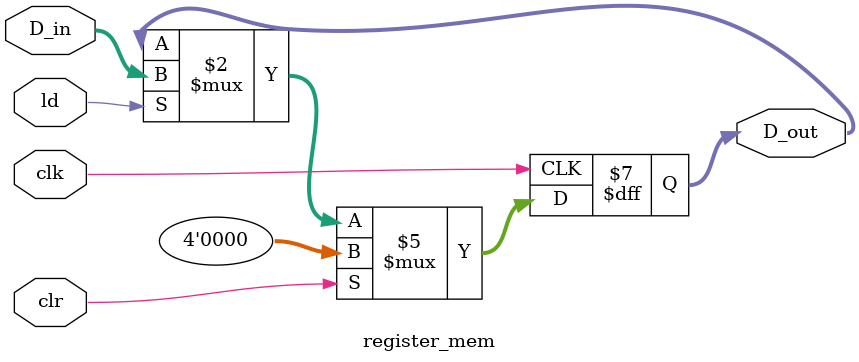
<source format=v>
`timescale 1ns / 1ps








module register_mem(clk, clr, ld, D_in, D_out);
input clk, clr, ld;
input [3:0] D_in;
output reg [3:0] D_out;

always@(posedge clk) begin
if(clr) begin
D_out <= 0;
end
else if (ld) begin
D_out <= D_in;
end
end

endmodule

</source>
